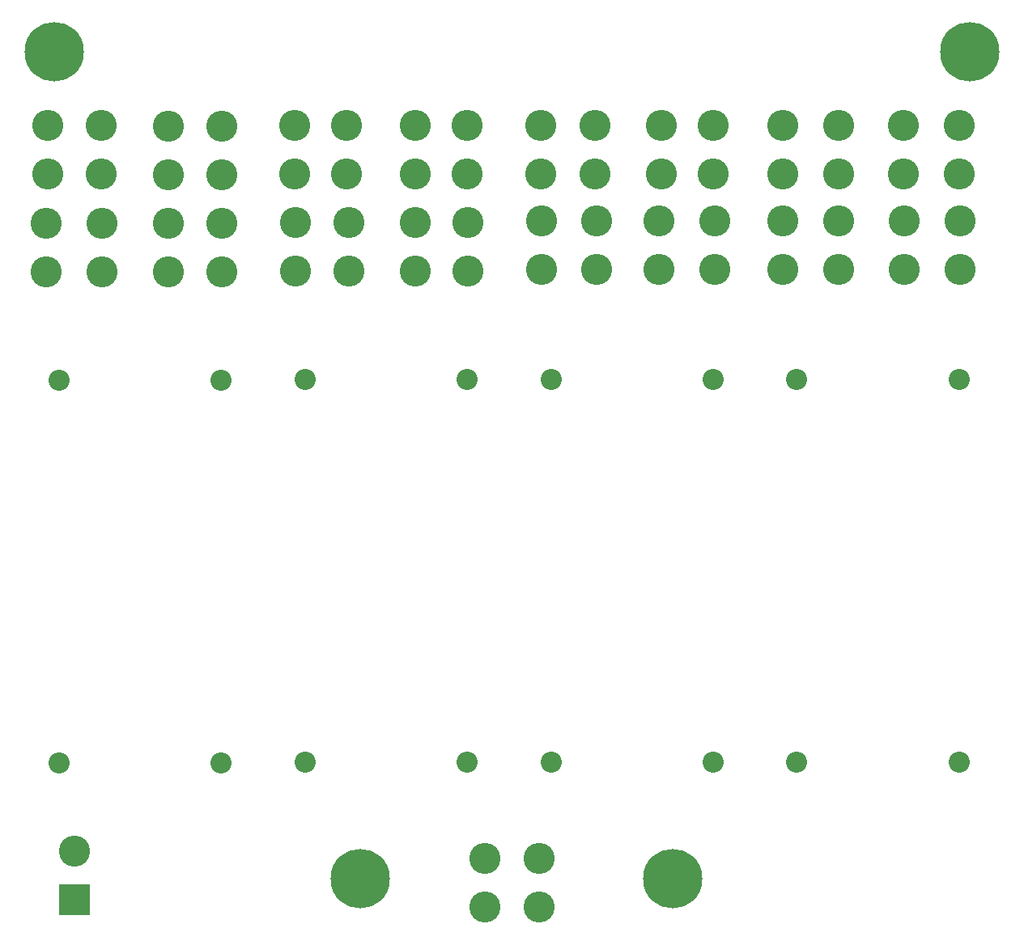
<source format=gts>
G04 Layer_Color=8388736*
%FSLAX24Y24*%
%MOIN*%
G70*
G01*
G75*
%ADD22C,0.1280*%
%ADD23C,0.0867*%
%ADD24C,0.2442*%
%ADD25R,0.1280X0.1280*%
G54D22*
X-9606Y37433D02*
D03*
Y35433D02*
D03*
X-7306D02*
D03*
Y37433D02*
D03*
X-29724Y41370D02*
D03*
Y39370D02*
D03*
X-27598Y41370D02*
D03*
Y39370D02*
D03*
X-9646Y41370D02*
D03*
Y39370D02*
D03*
X-7346D02*
D03*
Y41370D02*
D03*
X-29724Y37394D02*
D03*
Y35394D02*
D03*
X-27559Y37394D02*
D03*
Y35394D02*
D03*
X-12283Y35441D02*
D03*
Y37441D02*
D03*
X-14583D02*
D03*
Y35441D02*
D03*
X-32480Y37394D02*
D03*
Y35394D02*
D03*
X-34680Y37394D02*
D03*
Y35394D02*
D03*
X-12283Y39378D02*
D03*
Y41378D02*
D03*
X-14583D02*
D03*
Y39378D02*
D03*
X-32559Y41370D02*
D03*
Y39370D02*
D03*
X-34685Y41370D02*
D03*
Y39370D02*
D03*
X-19685Y37433D02*
D03*
Y35433D02*
D03*
X-17402Y35441D02*
D03*
Y37441D02*
D03*
X-19606Y41370D02*
D03*
Y39370D02*
D03*
X-17480Y41370D02*
D03*
Y39370D02*
D03*
X-22267Y35433D02*
D03*
Y37433D02*
D03*
X-24528Y37433D02*
D03*
Y35433D02*
D03*
X-22323Y39378D02*
D03*
Y41378D02*
D03*
X-24567Y41370D02*
D03*
Y39370D02*
D03*
X-24646Y9181D02*
D03*
Y11181D02*
D03*
X-26850D02*
D03*
Y9181D02*
D03*
X-39882Y41331D02*
D03*
Y39331D02*
D03*
X-37682Y41331D02*
D03*
Y39331D02*
D03*
X-42668Y41370D02*
D03*
Y39370D02*
D03*
X-44868Y41370D02*
D03*
Y39370D02*
D03*
X-39882Y37354D02*
D03*
Y35354D02*
D03*
X-37682Y37354D02*
D03*
Y35354D02*
D03*
X-42646Y35362D02*
D03*
Y37362D02*
D03*
X-44946Y37354D02*
D03*
Y35354D02*
D03*
X-43780Y11488D02*
D03*
G54D23*
X-37717Y15118D02*
D03*
X-44409D02*
D03*
X-37717Y30866D02*
D03*
X-44409D02*
D03*
X-27585Y15157D02*
D03*
X-34278D02*
D03*
X-27585Y30906D02*
D03*
X-34278D02*
D03*
X-7323Y15157D02*
D03*
X-14016D02*
D03*
X-7323Y30906D02*
D03*
X-14016D02*
D03*
X-17454Y15157D02*
D03*
X-24147D02*
D03*
X-17454Y30906D02*
D03*
X-24147D02*
D03*
G54D24*
X-44606Y44409D02*
D03*
X-6890Y44409D02*
D03*
X-32008Y10354D02*
D03*
X-19134D02*
D03*
G54D25*
X-43780Y9488D02*
D03*
M02*

</source>
